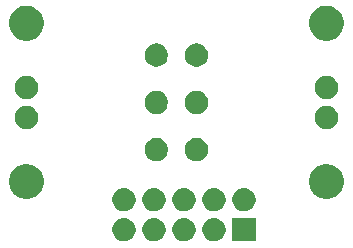
<source format=gbr>
G04 #@! TF.GenerationSoftware,KiCad,Pcbnew,(5.0.2)-1*
G04 #@! TF.CreationDate,2019-01-01T19:01:33-08:00*
G04 #@! TF.ProjectId,500-1117,3530302d-3131-4313-972e-6b696361645f,A*
G04 #@! TF.SameCoordinates,Original*
G04 #@! TF.FileFunction,Soldermask,Top*
G04 #@! TF.FilePolarity,Negative*
%FSLAX46Y46*%
G04 Gerber Fmt 4.6, Leading zero omitted, Abs format (unit mm)*
G04 Created by KiCad (PCBNEW (5.0.2)-1) date 1/1/2019 7:01:33 PM*
%MOMM*%
%LPD*%
G01*
G04 APERTURE LIST*
%ADD10C,0.100000*%
G04 APERTURE END LIST*
D10*
G36*
X127859426Y-119052897D02*
X127923014Y-119065545D01*
X128102709Y-119139977D01*
X128264431Y-119248036D01*
X128401964Y-119385569D01*
X128510023Y-119547291D01*
X128584455Y-119726986D01*
X128622400Y-119917750D01*
X128622400Y-120112250D01*
X128584455Y-120303014D01*
X128510023Y-120482709D01*
X128401964Y-120644431D01*
X128264431Y-120781964D01*
X128102709Y-120890023D01*
X127923014Y-120964455D01*
X127859426Y-120977103D01*
X127732252Y-121002400D01*
X127537748Y-121002400D01*
X127410574Y-120977103D01*
X127346986Y-120964455D01*
X127167291Y-120890023D01*
X127005569Y-120781964D01*
X126868036Y-120644431D01*
X126759977Y-120482709D01*
X126685545Y-120303014D01*
X126647600Y-120112250D01*
X126647600Y-119917750D01*
X126685545Y-119726986D01*
X126759977Y-119547291D01*
X126868036Y-119385569D01*
X127005569Y-119248036D01*
X127167291Y-119139977D01*
X127346986Y-119065545D01*
X127410574Y-119052897D01*
X127537748Y-119027600D01*
X127732252Y-119027600D01*
X127859426Y-119052897D01*
X127859426Y-119052897D01*
G37*
G36*
X125319426Y-119052897D02*
X125383014Y-119065545D01*
X125562709Y-119139977D01*
X125724431Y-119248036D01*
X125861964Y-119385569D01*
X125970023Y-119547291D01*
X126044455Y-119726986D01*
X126082400Y-119917750D01*
X126082400Y-120112250D01*
X126044455Y-120303014D01*
X125970023Y-120482709D01*
X125861964Y-120644431D01*
X125724431Y-120781964D01*
X125562709Y-120890023D01*
X125383014Y-120964455D01*
X125319426Y-120977103D01*
X125192252Y-121002400D01*
X124997748Y-121002400D01*
X124870574Y-120977103D01*
X124806986Y-120964455D01*
X124627291Y-120890023D01*
X124465569Y-120781964D01*
X124328036Y-120644431D01*
X124219977Y-120482709D01*
X124145545Y-120303014D01*
X124107600Y-120112250D01*
X124107600Y-119917750D01*
X124145545Y-119726986D01*
X124219977Y-119547291D01*
X124328036Y-119385569D01*
X124465569Y-119248036D01*
X124627291Y-119139977D01*
X124806986Y-119065545D01*
X124870574Y-119052897D01*
X124997748Y-119027600D01*
X125192252Y-119027600D01*
X125319426Y-119052897D01*
X125319426Y-119052897D01*
G37*
G36*
X122779426Y-119052897D02*
X122843014Y-119065545D01*
X123022709Y-119139977D01*
X123184431Y-119248036D01*
X123321964Y-119385569D01*
X123430023Y-119547291D01*
X123504455Y-119726986D01*
X123542400Y-119917750D01*
X123542400Y-120112250D01*
X123504455Y-120303014D01*
X123430023Y-120482709D01*
X123321964Y-120644431D01*
X123184431Y-120781964D01*
X123022709Y-120890023D01*
X122843014Y-120964455D01*
X122779426Y-120977103D01*
X122652252Y-121002400D01*
X122457748Y-121002400D01*
X122330574Y-120977103D01*
X122266986Y-120964455D01*
X122087291Y-120890023D01*
X121925569Y-120781964D01*
X121788036Y-120644431D01*
X121679977Y-120482709D01*
X121605545Y-120303014D01*
X121567600Y-120112250D01*
X121567600Y-119917750D01*
X121605545Y-119726986D01*
X121679977Y-119547291D01*
X121788036Y-119385569D01*
X121925569Y-119248036D01*
X122087291Y-119139977D01*
X122266986Y-119065545D01*
X122330574Y-119052897D01*
X122457748Y-119027600D01*
X122652252Y-119027600D01*
X122779426Y-119052897D01*
X122779426Y-119052897D01*
G37*
G36*
X133702400Y-121002400D02*
X131727600Y-121002400D01*
X131727600Y-119027600D01*
X133702400Y-119027600D01*
X133702400Y-121002400D01*
X133702400Y-121002400D01*
G37*
G36*
X130399426Y-119052897D02*
X130463014Y-119065545D01*
X130642709Y-119139977D01*
X130804431Y-119248036D01*
X130941964Y-119385569D01*
X131050023Y-119547291D01*
X131124455Y-119726986D01*
X131162400Y-119917750D01*
X131162400Y-120112250D01*
X131124455Y-120303014D01*
X131050023Y-120482709D01*
X130941964Y-120644431D01*
X130804431Y-120781964D01*
X130642709Y-120890023D01*
X130463014Y-120964455D01*
X130399426Y-120977103D01*
X130272252Y-121002400D01*
X130077748Y-121002400D01*
X129950574Y-120977103D01*
X129886986Y-120964455D01*
X129707291Y-120890023D01*
X129545569Y-120781964D01*
X129408036Y-120644431D01*
X129299977Y-120482709D01*
X129225545Y-120303014D01*
X129187600Y-120112250D01*
X129187600Y-119917750D01*
X129225545Y-119726986D01*
X129299977Y-119547291D01*
X129408036Y-119385569D01*
X129545569Y-119248036D01*
X129707291Y-119139977D01*
X129886986Y-119065545D01*
X129950574Y-119052897D01*
X130077748Y-119027600D01*
X130272252Y-119027600D01*
X130399426Y-119052897D01*
X130399426Y-119052897D01*
G37*
G36*
X122779426Y-116512897D02*
X122843014Y-116525545D01*
X123022709Y-116599977D01*
X123184431Y-116708036D01*
X123321964Y-116845569D01*
X123430023Y-117007291D01*
X123504455Y-117186986D01*
X123542400Y-117377750D01*
X123542400Y-117572250D01*
X123504455Y-117763014D01*
X123430023Y-117942709D01*
X123321964Y-118104431D01*
X123184431Y-118241964D01*
X123022709Y-118350023D01*
X122843014Y-118424455D01*
X122779426Y-118437103D01*
X122652252Y-118462400D01*
X122457748Y-118462400D01*
X122330574Y-118437103D01*
X122266986Y-118424455D01*
X122087291Y-118350023D01*
X121925569Y-118241964D01*
X121788036Y-118104431D01*
X121679977Y-117942709D01*
X121605545Y-117763014D01*
X121567600Y-117572250D01*
X121567600Y-117377750D01*
X121605545Y-117186986D01*
X121679977Y-117007291D01*
X121788036Y-116845569D01*
X121925569Y-116708036D01*
X122087291Y-116599977D01*
X122266986Y-116525545D01*
X122330574Y-116512897D01*
X122457748Y-116487600D01*
X122652252Y-116487600D01*
X122779426Y-116512897D01*
X122779426Y-116512897D01*
G37*
G36*
X125319426Y-116512897D02*
X125383014Y-116525545D01*
X125562709Y-116599977D01*
X125724431Y-116708036D01*
X125861964Y-116845569D01*
X125970023Y-117007291D01*
X126044455Y-117186986D01*
X126082400Y-117377750D01*
X126082400Y-117572250D01*
X126044455Y-117763014D01*
X125970023Y-117942709D01*
X125861964Y-118104431D01*
X125724431Y-118241964D01*
X125562709Y-118350023D01*
X125383014Y-118424455D01*
X125319426Y-118437103D01*
X125192252Y-118462400D01*
X124997748Y-118462400D01*
X124870574Y-118437103D01*
X124806986Y-118424455D01*
X124627291Y-118350023D01*
X124465569Y-118241964D01*
X124328036Y-118104431D01*
X124219977Y-117942709D01*
X124145545Y-117763014D01*
X124107600Y-117572250D01*
X124107600Y-117377750D01*
X124145545Y-117186986D01*
X124219977Y-117007291D01*
X124328036Y-116845569D01*
X124465569Y-116708036D01*
X124627291Y-116599977D01*
X124806986Y-116525545D01*
X124870574Y-116512897D01*
X124997748Y-116487600D01*
X125192252Y-116487600D01*
X125319426Y-116512897D01*
X125319426Y-116512897D01*
G37*
G36*
X127859426Y-116512897D02*
X127923014Y-116525545D01*
X128102709Y-116599977D01*
X128264431Y-116708036D01*
X128401964Y-116845569D01*
X128510023Y-117007291D01*
X128584455Y-117186986D01*
X128622400Y-117377750D01*
X128622400Y-117572250D01*
X128584455Y-117763014D01*
X128510023Y-117942709D01*
X128401964Y-118104431D01*
X128264431Y-118241964D01*
X128102709Y-118350023D01*
X127923014Y-118424455D01*
X127859426Y-118437103D01*
X127732252Y-118462400D01*
X127537748Y-118462400D01*
X127410574Y-118437103D01*
X127346986Y-118424455D01*
X127167291Y-118350023D01*
X127005569Y-118241964D01*
X126868036Y-118104431D01*
X126759977Y-117942709D01*
X126685545Y-117763014D01*
X126647600Y-117572250D01*
X126647600Y-117377750D01*
X126685545Y-117186986D01*
X126759977Y-117007291D01*
X126868036Y-116845569D01*
X127005569Y-116708036D01*
X127167291Y-116599977D01*
X127346986Y-116525545D01*
X127410574Y-116512897D01*
X127537748Y-116487600D01*
X127732252Y-116487600D01*
X127859426Y-116512897D01*
X127859426Y-116512897D01*
G37*
G36*
X130399426Y-116512897D02*
X130463014Y-116525545D01*
X130642709Y-116599977D01*
X130804431Y-116708036D01*
X130941964Y-116845569D01*
X131050023Y-117007291D01*
X131124455Y-117186986D01*
X131162400Y-117377750D01*
X131162400Y-117572250D01*
X131124455Y-117763014D01*
X131050023Y-117942709D01*
X130941964Y-118104431D01*
X130804431Y-118241964D01*
X130642709Y-118350023D01*
X130463014Y-118424455D01*
X130399426Y-118437103D01*
X130272252Y-118462400D01*
X130077748Y-118462400D01*
X129950574Y-118437103D01*
X129886986Y-118424455D01*
X129707291Y-118350023D01*
X129545569Y-118241964D01*
X129408036Y-118104431D01*
X129299977Y-117942709D01*
X129225545Y-117763014D01*
X129187600Y-117572250D01*
X129187600Y-117377750D01*
X129225545Y-117186986D01*
X129299977Y-117007291D01*
X129408036Y-116845569D01*
X129545569Y-116708036D01*
X129707291Y-116599977D01*
X129886986Y-116525545D01*
X129950574Y-116512897D01*
X130077748Y-116487600D01*
X130272252Y-116487600D01*
X130399426Y-116512897D01*
X130399426Y-116512897D01*
G37*
G36*
X132939426Y-116512897D02*
X133003014Y-116525545D01*
X133182709Y-116599977D01*
X133344431Y-116708036D01*
X133481964Y-116845569D01*
X133590023Y-117007291D01*
X133664455Y-117186986D01*
X133702400Y-117377750D01*
X133702400Y-117572250D01*
X133664455Y-117763014D01*
X133590023Y-117942709D01*
X133481964Y-118104431D01*
X133344431Y-118241964D01*
X133182709Y-118350023D01*
X133003014Y-118424455D01*
X132939426Y-118437103D01*
X132812252Y-118462400D01*
X132617748Y-118462400D01*
X132490574Y-118437103D01*
X132426986Y-118424455D01*
X132247291Y-118350023D01*
X132085569Y-118241964D01*
X131948036Y-118104431D01*
X131839977Y-117942709D01*
X131765545Y-117763014D01*
X131727600Y-117572250D01*
X131727600Y-117377750D01*
X131765545Y-117186986D01*
X131839977Y-117007291D01*
X131948036Y-116845569D01*
X132085569Y-116708036D01*
X132247291Y-116599977D01*
X132426986Y-116525545D01*
X132490574Y-116512897D01*
X132617748Y-116487600D01*
X132812252Y-116487600D01*
X132939426Y-116512897D01*
X132939426Y-116512897D01*
G37*
G36*
X140128781Y-114506490D02*
X140396307Y-114617303D01*
X140637074Y-114778178D01*
X140841822Y-114982926D01*
X141002697Y-115223693D01*
X141113510Y-115491219D01*
X141170000Y-115775216D01*
X141170000Y-116064784D01*
X141113510Y-116348781D01*
X141002697Y-116616307D01*
X140841822Y-116857074D01*
X140637074Y-117061822D01*
X140396307Y-117222697D01*
X140128781Y-117333510D01*
X139844784Y-117390000D01*
X139555216Y-117390000D01*
X139271219Y-117333510D01*
X139003693Y-117222697D01*
X138762926Y-117061822D01*
X138558178Y-116857074D01*
X138397303Y-116616307D01*
X138286490Y-116348781D01*
X138230000Y-116064784D01*
X138230000Y-115775216D01*
X138286490Y-115491219D01*
X138397303Y-115223693D01*
X138558178Y-114982926D01*
X138762926Y-114778178D01*
X139003693Y-114617303D01*
X139271219Y-114506490D01*
X139555216Y-114450000D01*
X139844784Y-114450000D01*
X140128781Y-114506490D01*
X140128781Y-114506490D01*
G37*
G36*
X114728781Y-114506490D02*
X114996307Y-114617303D01*
X115237074Y-114778178D01*
X115441822Y-114982926D01*
X115602697Y-115223693D01*
X115713510Y-115491219D01*
X115770000Y-115775216D01*
X115770000Y-116064784D01*
X115713510Y-116348781D01*
X115602697Y-116616307D01*
X115441822Y-116857074D01*
X115237074Y-117061822D01*
X114996307Y-117222697D01*
X114728781Y-117333510D01*
X114444784Y-117390000D01*
X114155216Y-117390000D01*
X113871219Y-117333510D01*
X113603693Y-117222697D01*
X113362926Y-117061822D01*
X113158178Y-116857074D01*
X112997303Y-116616307D01*
X112886490Y-116348781D01*
X112830000Y-116064784D01*
X112830000Y-115775216D01*
X112886490Y-115491219D01*
X112997303Y-115223693D01*
X113158178Y-114982926D01*
X113362926Y-114778178D01*
X113603693Y-114617303D01*
X113871219Y-114506490D01*
X114155216Y-114450000D01*
X114444784Y-114450000D01*
X114728781Y-114506490D01*
X114728781Y-114506490D01*
G37*
G36*
X128924426Y-112257897D02*
X128988014Y-112270545D01*
X129167709Y-112344977D01*
X129329431Y-112453036D01*
X129466964Y-112590569D01*
X129575023Y-112752291D01*
X129649455Y-112931986D01*
X129687400Y-113122750D01*
X129687400Y-113317250D01*
X129649455Y-113508014D01*
X129575023Y-113687709D01*
X129466964Y-113849431D01*
X129329431Y-113986964D01*
X129167709Y-114095023D01*
X128988014Y-114169455D01*
X128924426Y-114182103D01*
X128797252Y-114207400D01*
X128602748Y-114207400D01*
X128475574Y-114182103D01*
X128411986Y-114169455D01*
X128232291Y-114095023D01*
X128070569Y-113986964D01*
X127933036Y-113849431D01*
X127824977Y-113687709D01*
X127750545Y-113508014D01*
X127712600Y-113317250D01*
X127712600Y-113122750D01*
X127750545Y-112931986D01*
X127824977Y-112752291D01*
X127933036Y-112590569D01*
X128070569Y-112453036D01*
X128232291Y-112344977D01*
X128411986Y-112270545D01*
X128475574Y-112257897D01*
X128602748Y-112232600D01*
X128797252Y-112232600D01*
X128924426Y-112257897D01*
X128924426Y-112257897D01*
G37*
G36*
X125524426Y-112257897D02*
X125588014Y-112270545D01*
X125767709Y-112344977D01*
X125929431Y-112453036D01*
X126066964Y-112590569D01*
X126175023Y-112752291D01*
X126249455Y-112931986D01*
X126287400Y-113122750D01*
X126287400Y-113317250D01*
X126249455Y-113508014D01*
X126175023Y-113687709D01*
X126066964Y-113849431D01*
X125929431Y-113986964D01*
X125767709Y-114095023D01*
X125588014Y-114169455D01*
X125524426Y-114182103D01*
X125397252Y-114207400D01*
X125202748Y-114207400D01*
X125075574Y-114182103D01*
X125011986Y-114169455D01*
X124832291Y-114095023D01*
X124670569Y-113986964D01*
X124533036Y-113849431D01*
X124424977Y-113687709D01*
X124350545Y-113508014D01*
X124312600Y-113317250D01*
X124312600Y-113122750D01*
X124350545Y-112931986D01*
X124424977Y-112752291D01*
X124533036Y-112590569D01*
X124670569Y-112453036D01*
X124832291Y-112344977D01*
X125011986Y-112270545D01*
X125075574Y-112257897D01*
X125202748Y-112232600D01*
X125397252Y-112232600D01*
X125524426Y-112257897D01*
X125524426Y-112257897D01*
G37*
G36*
X139924426Y-109527897D02*
X139988014Y-109540545D01*
X140167709Y-109614977D01*
X140329431Y-109723036D01*
X140466964Y-109860569D01*
X140575023Y-110022291D01*
X140649455Y-110201986D01*
X140687400Y-110392750D01*
X140687400Y-110587250D01*
X140649455Y-110778014D01*
X140575023Y-110957709D01*
X140466964Y-111119431D01*
X140329431Y-111256964D01*
X140167709Y-111365023D01*
X139988014Y-111439455D01*
X139924426Y-111452103D01*
X139797252Y-111477400D01*
X139602748Y-111477400D01*
X139475574Y-111452103D01*
X139411986Y-111439455D01*
X139232291Y-111365023D01*
X139070569Y-111256964D01*
X138933036Y-111119431D01*
X138824977Y-110957709D01*
X138750545Y-110778014D01*
X138712600Y-110587250D01*
X138712600Y-110392750D01*
X138750545Y-110201986D01*
X138824977Y-110022291D01*
X138933036Y-109860569D01*
X139070569Y-109723036D01*
X139232291Y-109614977D01*
X139411986Y-109540545D01*
X139475574Y-109527897D01*
X139602748Y-109502600D01*
X139797252Y-109502600D01*
X139924426Y-109527897D01*
X139924426Y-109527897D01*
G37*
G36*
X114524426Y-109527897D02*
X114588014Y-109540545D01*
X114767709Y-109614977D01*
X114929431Y-109723036D01*
X115066964Y-109860569D01*
X115175023Y-110022291D01*
X115249455Y-110201986D01*
X115287400Y-110392750D01*
X115287400Y-110587250D01*
X115249455Y-110778014D01*
X115175023Y-110957709D01*
X115066964Y-111119431D01*
X114929431Y-111256964D01*
X114767709Y-111365023D01*
X114588014Y-111439455D01*
X114524426Y-111452103D01*
X114397252Y-111477400D01*
X114202748Y-111477400D01*
X114075574Y-111452103D01*
X114011986Y-111439455D01*
X113832291Y-111365023D01*
X113670569Y-111256964D01*
X113533036Y-111119431D01*
X113424977Y-110957709D01*
X113350545Y-110778014D01*
X113312600Y-110587250D01*
X113312600Y-110392750D01*
X113350545Y-110201986D01*
X113424977Y-110022291D01*
X113533036Y-109860569D01*
X113670569Y-109723036D01*
X113832291Y-109614977D01*
X114011986Y-109540545D01*
X114075574Y-109527897D01*
X114202748Y-109502600D01*
X114397252Y-109502600D01*
X114524426Y-109527897D01*
X114524426Y-109527897D01*
G37*
G36*
X128924426Y-108257897D02*
X128988014Y-108270545D01*
X129167709Y-108344977D01*
X129329431Y-108453036D01*
X129466964Y-108590569D01*
X129575023Y-108752291D01*
X129649455Y-108931986D01*
X129687400Y-109122750D01*
X129687400Y-109317250D01*
X129649455Y-109508014D01*
X129575023Y-109687709D01*
X129466964Y-109849431D01*
X129329431Y-109986964D01*
X129167709Y-110095023D01*
X128988014Y-110169455D01*
X128924426Y-110182103D01*
X128797252Y-110207400D01*
X128602748Y-110207400D01*
X128475574Y-110182103D01*
X128411986Y-110169455D01*
X128232291Y-110095023D01*
X128070569Y-109986964D01*
X127933036Y-109849431D01*
X127824977Y-109687709D01*
X127750545Y-109508014D01*
X127712600Y-109317250D01*
X127712600Y-109122750D01*
X127750545Y-108931986D01*
X127824977Y-108752291D01*
X127933036Y-108590569D01*
X128070569Y-108453036D01*
X128232291Y-108344977D01*
X128411986Y-108270545D01*
X128475574Y-108257897D01*
X128602748Y-108232600D01*
X128797252Y-108232600D01*
X128924426Y-108257897D01*
X128924426Y-108257897D01*
G37*
G36*
X125524426Y-108257897D02*
X125588014Y-108270545D01*
X125767709Y-108344977D01*
X125929431Y-108453036D01*
X126066964Y-108590569D01*
X126175023Y-108752291D01*
X126249455Y-108931986D01*
X126287400Y-109122750D01*
X126287400Y-109317250D01*
X126249455Y-109508014D01*
X126175023Y-109687709D01*
X126066964Y-109849431D01*
X125929431Y-109986964D01*
X125767709Y-110095023D01*
X125588014Y-110169455D01*
X125524426Y-110182103D01*
X125397252Y-110207400D01*
X125202748Y-110207400D01*
X125075574Y-110182103D01*
X125011986Y-110169455D01*
X124832291Y-110095023D01*
X124670569Y-109986964D01*
X124533036Y-109849431D01*
X124424977Y-109687709D01*
X124350545Y-109508014D01*
X124312600Y-109317250D01*
X124312600Y-109122750D01*
X124350545Y-108931986D01*
X124424977Y-108752291D01*
X124533036Y-108590569D01*
X124670569Y-108453036D01*
X124832291Y-108344977D01*
X125011986Y-108270545D01*
X125075574Y-108257897D01*
X125202748Y-108232600D01*
X125397252Y-108232600D01*
X125524426Y-108257897D01*
X125524426Y-108257897D01*
G37*
G36*
X139924426Y-106987897D02*
X139988014Y-107000545D01*
X140167709Y-107074977D01*
X140329431Y-107183036D01*
X140466964Y-107320569D01*
X140575023Y-107482291D01*
X140649455Y-107661986D01*
X140687400Y-107852750D01*
X140687400Y-108047250D01*
X140649455Y-108238014D01*
X140575023Y-108417709D01*
X140466964Y-108579431D01*
X140329431Y-108716964D01*
X140167709Y-108825023D01*
X139988014Y-108899455D01*
X139924426Y-108912103D01*
X139797252Y-108937400D01*
X139602748Y-108937400D01*
X139475574Y-108912103D01*
X139411986Y-108899455D01*
X139232291Y-108825023D01*
X139070569Y-108716964D01*
X138933036Y-108579431D01*
X138824977Y-108417709D01*
X138750545Y-108238014D01*
X138712600Y-108047250D01*
X138712600Y-107852750D01*
X138750545Y-107661986D01*
X138824977Y-107482291D01*
X138933036Y-107320569D01*
X139070569Y-107183036D01*
X139232291Y-107074977D01*
X139411986Y-107000545D01*
X139475574Y-106987897D01*
X139602748Y-106962600D01*
X139797252Y-106962600D01*
X139924426Y-106987897D01*
X139924426Y-106987897D01*
G37*
G36*
X114524426Y-106987897D02*
X114588014Y-107000545D01*
X114767709Y-107074977D01*
X114929431Y-107183036D01*
X115066964Y-107320569D01*
X115175023Y-107482291D01*
X115249455Y-107661986D01*
X115287400Y-107852750D01*
X115287400Y-108047250D01*
X115249455Y-108238014D01*
X115175023Y-108417709D01*
X115066964Y-108579431D01*
X114929431Y-108716964D01*
X114767709Y-108825023D01*
X114588014Y-108899455D01*
X114524426Y-108912103D01*
X114397252Y-108937400D01*
X114202748Y-108937400D01*
X114075574Y-108912103D01*
X114011986Y-108899455D01*
X113832291Y-108825023D01*
X113670569Y-108716964D01*
X113533036Y-108579431D01*
X113424977Y-108417709D01*
X113350545Y-108238014D01*
X113312600Y-108047250D01*
X113312600Y-107852750D01*
X113350545Y-107661986D01*
X113424977Y-107482291D01*
X113533036Y-107320569D01*
X113670569Y-107183036D01*
X113832291Y-107074977D01*
X114011986Y-107000545D01*
X114075574Y-106987897D01*
X114202748Y-106962600D01*
X114397252Y-106962600D01*
X114524426Y-106987897D01*
X114524426Y-106987897D01*
G37*
G36*
X125524426Y-104257897D02*
X125588014Y-104270545D01*
X125767709Y-104344977D01*
X125929431Y-104453036D01*
X126066964Y-104590569D01*
X126175023Y-104752291D01*
X126249455Y-104931986D01*
X126287400Y-105122750D01*
X126287400Y-105317250D01*
X126249455Y-105508014D01*
X126175023Y-105687709D01*
X126066964Y-105849431D01*
X125929431Y-105986964D01*
X125767709Y-106095023D01*
X125588014Y-106169455D01*
X125524426Y-106182103D01*
X125397252Y-106207400D01*
X125202748Y-106207400D01*
X125075574Y-106182103D01*
X125011986Y-106169455D01*
X124832291Y-106095023D01*
X124670569Y-105986964D01*
X124533036Y-105849431D01*
X124424977Y-105687709D01*
X124350545Y-105508014D01*
X124312600Y-105317250D01*
X124312600Y-105122750D01*
X124350545Y-104931986D01*
X124424977Y-104752291D01*
X124533036Y-104590569D01*
X124670569Y-104453036D01*
X124832291Y-104344977D01*
X125011986Y-104270545D01*
X125075574Y-104257897D01*
X125202748Y-104232600D01*
X125397252Y-104232600D01*
X125524426Y-104257897D01*
X125524426Y-104257897D01*
G37*
G36*
X128924426Y-104257897D02*
X128988014Y-104270545D01*
X129167709Y-104344977D01*
X129329431Y-104453036D01*
X129466964Y-104590569D01*
X129575023Y-104752291D01*
X129649455Y-104931986D01*
X129687400Y-105122750D01*
X129687400Y-105317250D01*
X129649455Y-105508014D01*
X129575023Y-105687709D01*
X129466964Y-105849431D01*
X129329431Y-105986964D01*
X129167709Y-106095023D01*
X128988014Y-106169455D01*
X128924426Y-106182103D01*
X128797252Y-106207400D01*
X128602748Y-106207400D01*
X128475574Y-106182103D01*
X128411986Y-106169455D01*
X128232291Y-106095023D01*
X128070569Y-105986964D01*
X127933036Y-105849431D01*
X127824977Y-105687709D01*
X127750545Y-105508014D01*
X127712600Y-105317250D01*
X127712600Y-105122750D01*
X127750545Y-104931986D01*
X127824977Y-104752291D01*
X127933036Y-104590569D01*
X128070569Y-104453036D01*
X128232291Y-104344977D01*
X128411986Y-104270545D01*
X128475574Y-104257897D01*
X128602748Y-104232600D01*
X128797252Y-104232600D01*
X128924426Y-104257897D01*
X128924426Y-104257897D01*
G37*
G36*
X140128781Y-101106490D02*
X140396307Y-101217303D01*
X140637074Y-101378178D01*
X140841822Y-101582926D01*
X141002697Y-101823693D01*
X141113510Y-102091219D01*
X141170000Y-102375216D01*
X141170000Y-102664784D01*
X141113510Y-102948781D01*
X141002697Y-103216307D01*
X140841822Y-103457074D01*
X140637074Y-103661822D01*
X140396307Y-103822697D01*
X140128781Y-103933510D01*
X139844784Y-103990000D01*
X139555216Y-103990000D01*
X139271219Y-103933510D01*
X139003693Y-103822697D01*
X138762926Y-103661822D01*
X138558178Y-103457074D01*
X138397303Y-103216307D01*
X138286490Y-102948781D01*
X138230000Y-102664784D01*
X138230000Y-102375216D01*
X138286490Y-102091219D01*
X138397303Y-101823693D01*
X138558178Y-101582926D01*
X138762926Y-101378178D01*
X139003693Y-101217303D01*
X139271219Y-101106490D01*
X139555216Y-101050000D01*
X139844784Y-101050000D01*
X140128781Y-101106490D01*
X140128781Y-101106490D01*
G37*
G36*
X114728781Y-101106490D02*
X114996307Y-101217303D01*
X115237074Y-101378178D01*
X115441822Y-101582926D01*
X115602697Y-101823693D01*
X115713510Y-102091219D01*
X115770000Y-102375216D01*
X115770000Y-102664784D01*
X115713510Y-102948781D01*
X115602697Y-103216307D01*
X115441822Y-103457074D01*
X115237074Y-103661822D01*
X114996307Y-103822697D01*
X114728781Y-103933510D01*
X114444784Y-103990000D01*
X114155216Y-103990000D01*
X113871219Y-103933510D01*
X113603693Y-103822697D01*
X113362926Y-103661822D01*
X113158178Y-103457074D01*
X112997303Y-103216307D01*
X112886490Y-102948781D01*
X112830000Y-102664784D01*
X112830000Y-102375216D01*
X112886490Y-102091219D01*
X112997303Y-101823693D01*
X113158178Y-101582926D01*
X113362926Y-101378178D01*
X113603693Y-101217303D01*
X113871219Y-101106490D01*
X114155216Y-101050000D01*
X114444784Y-101050000D01*
X114728781Y-101106490D01*
X114728781Y-101106490D01*
G37*
M02*

</source>
